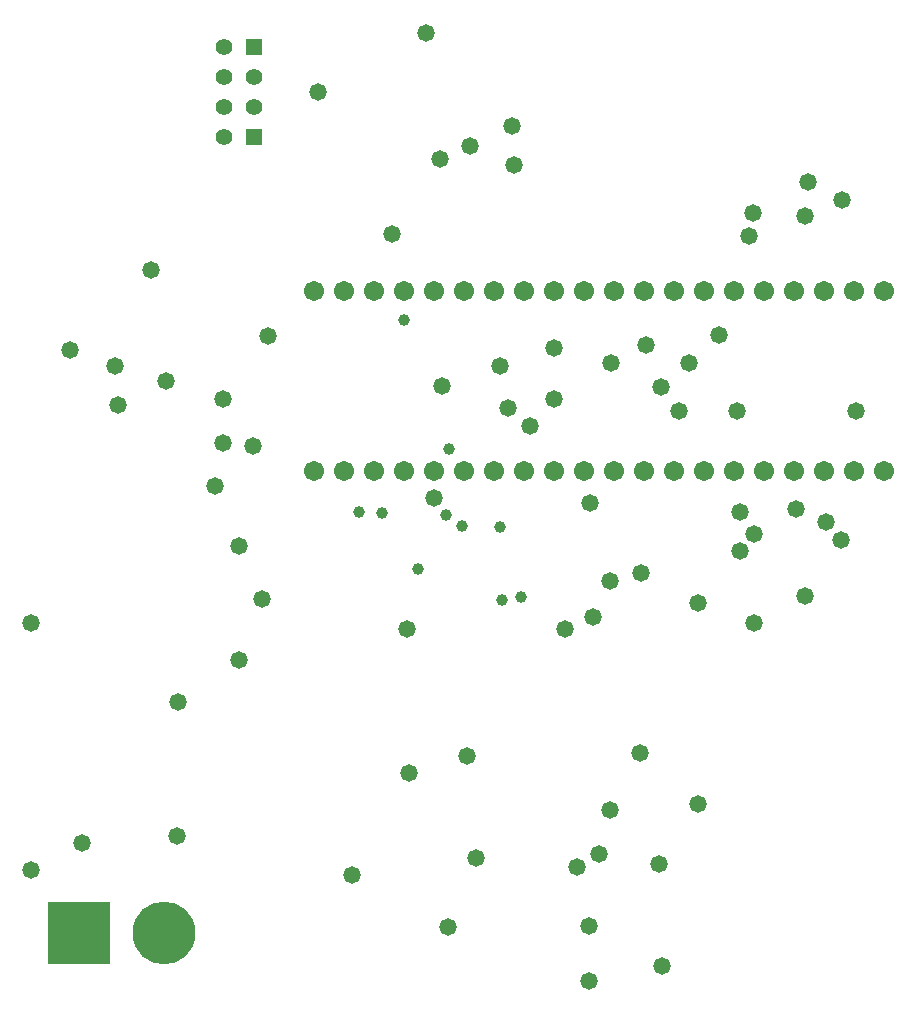
<source format=gbs>
G04*
G04 #@! TF.GenerationSoftware,Altium Limited,Altium Designer,19.1.5 (86)*
G04*
G04 Layer_Color=16711935*
%FSLAX44Y44*%
%MOMM*%
G71*
G01*
G75*
%ADD81R,1.3652X1.3652*%
%ADD82C,1.4034*%
%ADD83C,5.3032*%
%ADD84R,5.3032X5.3032*%
%ADD85C,1.7032*%
%ADD86C,1.4732*%
%ADD87C,1.0028*%
D81*
X203200Y727710D02*
D03*
Y803910D02*
D03*
D82*
Y753110D02*
D03*
Y778510D02*
D03*
X177800D02*
D03*
Y753110D02*
D03*
Y727710D02*
D03*
Y803910D02*
D03*
D83*
X127000Y53340D02*
D03*
D84*
X55370D02*
D03*
D85*
X482893Y444500D02*
D03*
X457493D02*
D03*
X432093D02*
D03*
X381293D02*
D03*
X406693D02*
D03*
X355693D02*
D03*
X330493D02*
D03*
X305093D02*
D03*
X279693D02*
D03*
X254293D02*
D03*
Y596900D02*
D03*
X279693D02*
D03*
X305093D02*
D03*
X330493D02*
D03*
X355693D02*
D03*
X406693D02*
D03*
X381293D02*
D03*
X432093D02*
D03*
X457493D02*
D03*
X482893D02*
D03*
X508293Y444500D02*
D03*
X533693D02*
D03*
X559093D02*
D03*
X584493D02*
D03*
X609893D02*
D03*
X660693D02*
D03*
X635293D02*
D03*
X686093D02*
D03*
X711493D02*
D03*
X736893D02*
D03*
Y596900D02*
D03*
X711493D02*
D03*
X686093D02*
D03*
X635293D02*
D03*
X660693D02*
D03*
X609693D02*
D03*
X584493D02*
D03*
X559093D02*
D03*
X533693D02*
D03*
X508293D02*
D03*
D86*
X383540Y203200D02*
D03*
X548640Y25400D02*
D03*
X476250Y109220D02*
D03*
X486410Y59690D02*
D03*
X495300Y120650D02*
D03*
X457200Y548640D02*
D03*
X137795Y135255D02*
D03*
X190500Y284480D02*
D03*
Y381000D02*
D03*
X170180Y431800D02*
D03*
X209550Y336550D02*
D03*
X138430Y248920D02*
D03*
X57150Y129540D02*
D03*
X486410Y12700D02*
D03*
X391160Y116840D02*
D03*
X285750Y102870D02*
D03*
X334010Y189230D02*
D03*
X355646Y421594D02*
D03*
X332740Y311150D02*
D03*
X669290Y339090D02*
D03*
X115570Y614680D02*
D03*
X46990Y547370D02*
D03*
X626110Y316230D02*
D03*
X490220Y321310D02*
D03*
X504190Y157480D02*
D03*
X87919Y500900D02*
D03*
X85090Y533400D02*
D03*
X367030Y58420D02*
D03*
X687070Y401320D02*
D03*
X422910Y703580D02*
D03*
X320040Y645160D02*
D03*
X622300Y643890D02*
D03*
X699770Y386080D02*
D03*
X614774Y410116D02*
D03*
X626110Y391160D02*
D03*
X614680Y377190D02*
D03*
X436880Y482600D02*
D03*
X457200Y505460D02*
D03*
X411480Y533400D02*
D03*
X361950Y516890D02*
D03*
X13970Y106680D02*
D03*
X661670Y412750D02*
D03*
X128270Y520700D02*
D03*
X360680Y708660D02*
D03*
X669290Y660400D02*
D03*
X421640Y736600D02*
D03*
X625792Y662940D02*
D03*
X671830Y689610D02*
D03*
X712470Y495300D02*
D03*
X701040Y674370D02*
D03*
X612140Y495300D02*
D03*
X386080Y720090D02*
D03*
X579120Y332740D02*
D03*
Y162560D02*
D03*
X546100Y111760D02*
D03*
X571500Y535940D02*
D03*
X530860Y358140D02*
D03*
X529590Y205740D02*
D03*
X466090Y311150D02*
D03*
X504190Y351790D02*
D03*
X562610Y495300D02*
D03*
X596900Y560070D02*
D03*
X487680Y417830D02*
D03*
X13970Y316230D02*
D03*
X349126Y815464D02*
D03*
X257686Y765934D02*
D03*
X201930Y466090D02*
D03*
X214630Y558800D02*
D03*
X176530Y468630D02*
D03*
Y505460D02*
D03*
X505460Y535940D02*
D03*
X417830Y497840D02*
D03*
X534670Y551180D02*
D03*
X547370Y515620D02*
D03*
D87*
X311150Y408940D02*
D03*
X379214Y398264D02*
D03*
X365760Y407670D02*
D03*
X412750Y335280D02*
D03*
X411480Y397510D02*
D03*
X341630Y361950D02*
D03*
X429260Y337820D02*
D03*
X330200Y572770D02*
D03*
X368300Y463550D02*
D03*
X292100Y410210D02*
D03*
M02*

</source>
